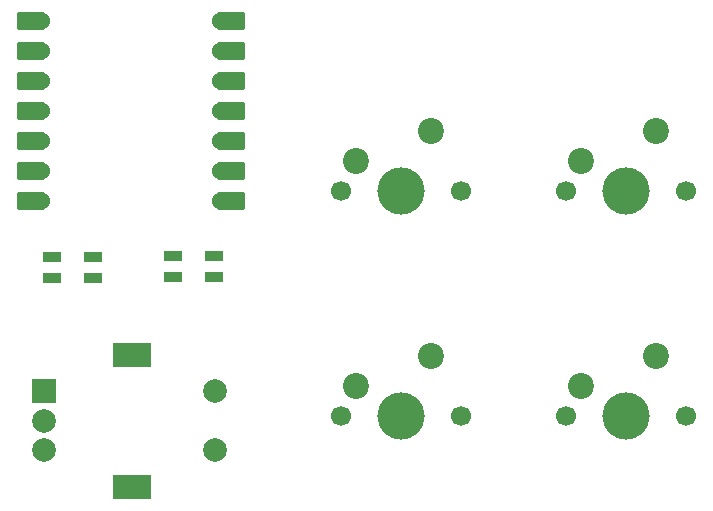
<source format=gbr>
%TF.GenerationSoftware,KiCad,Pcbnew,9.0.2*%
%TF.CreationDate,2025-07-11T16:03:10-07:00*%
%TF.ProjectId,undercity,756e6465-7263-4697-9479-2e6b69636164,rev?*%
%TF.SameCoordinates,Original*%
%TF.FileFunction,Soldermask,Top*%
%TF.FilePolarity,Negative*%
%FSLAX46Y46*%
G04 Gerber Fmt 4.6, Leading zero omitted, Abs format (unit mm)*
G04 Created by KiCad (PCBNEW 9.0.2) date 2025-07-11 16:03:10*
%MOMM*%
%LPD*%
G01*
G04 APERTURE LIST*
G04 Aperture macros list*
%AMRoundRect*
0 Rectangle with rounded corners*
0 $1 Rounding radius*
0 $2 $3 $4 $5 $6 $7 $8 $9 X,Y pos of 4 corners*
0 Add a 4 corners polygon primitive as box body*
4,1,4,$2,$3,$4,$5,$6,$7,$8,$9,$2,$3,0*
0 Add four circle primitives for the rounded corners*
1,1,$1+$1,$2,$3*
1,1,$1+$1,$4,$5*
1,1,$1+$1,$6,$7*
1,1,$1+$1,$8,$9*
0 Add four rect primitives between the rounded corners*
20,1,$1+$1,$2,$3,$4,$5,0*
20,1,$1+$1,$4,$5,$6,$7,0*
20,1,$1+$1,$6,$7,$8,$9,0*
20,1,$1+$1,$8,$9,$2,$3,0*%
G04 Aperture macros list end*
%ADD10R,2.000000X2.000000*%
%ADD11C,2.000000*%
%ADD12R,3.200000X2.000000*%
%ADD13C,1.700000*%
%ADD14C,4.000000*%
%ADD15C,2.200000*%
%ADD16RoundRect,0.152400X1.063600X0.609600X-1.063600X0.609600X-1.063600X-0.609600X1.063600X-0.609600X0*%
%ADD17C,1.524000*%
%ADD18RoundRect,0.152400X-1.063600X-0.609600X1.063600X-0.609600X1.063600X0.609600X-1.063600X0.609600X0*%
%ADD19R,1.600000X0.850000*%
G04 APERTURE END LIST*
D10*
%TO.C,SW5*%
X131000000Y-76700000D03*
D11*
X131000000Y-81700000D03*
X131000000Y-79200000D03*
D12*
X138500000Y-73600000D03*
X138500000Y-84800000D03*
D11*
X145500000Y-81700000D03*
X145500000Y-76700000D03*
%TD*%
D13*
%TO.C,SW4*%
X156140000Y-59700000D03*
D14*
X161220000Y-59700000D03*
D13*
X166300000Y-59700000D03*
D15*
X163760000Y-54620000D03*
X157410000Y-57160000D03*
%TD*%
D16*
%TO.C,U1*%
X129945000Y-45348500D03*
D17*
X130780000Y-45348500D03*
D16*
X129945000Y-47888500D03*
D17*
X130780000Y-47888500D03*
D16*
X129945000Y-50428500D03*
D17*
X130780000Y-50428500D03*
D16*
X129945000Y-52968500D03*
D17*
X130780000Y-52968500D03*
D16*
X129945000Y-55508500D03*
D17*
X130780000Y-55508500D03*
D16*
X129945000Y-58048500D03*
D17*
X130780000Y-58048500D03*
D16*
X129945000Y-60588500D03*
D17*
X130780000Y-60588500D03*
X146020000Y-60588500D03*
D18*
X146855000Y-60588500D03*
D17*
X146020000Y-58048500D03*
D18*
X146855000Y-58048500D03*
D17*
X146020000Y-55508500D03*
D18*
X146855000Y-55508500D03*
D17*
X146020000Y-52968500D03*
D18*
X146855000Y-52968500D03*
D17*
X146020000Y-50428500D03*
D18*
X146855000Y-50428500D03*
D17*
X146020000Y-47888500D03*
D18*
X146855000Y-47888500D03*
D17*
X146020000Y-45348500D03*
D18*
X146855000Y-45348500D03*
%TD*%
D15*
%TO.C,SW1*%
X176490000Y-76260000D03*
X182840000Y-73720000D03*
D13*
X185380000Y-78800000D03*
D14*
X180300000Y-78800000D03*
D13*
X175220000Y-78800000D03*
%TD*%
D15*
%TO.C,SW2*%
X157410000Y-76260000D03*
X163760000Y-73720000D03*
D13*
X166300000Y-78800000D03*
D14*
X161220000Y-78800000D03*
D13*
X156140000Y-78800000D03*
%TD*%
D15*
%TO.C,SW3*%
X176470000Y-57160000D03*
X182820000Y-54620000D03*
D13*
X185360000Y-59700000D03*
D14*
X180280000Y-59700000D03*
D13*
X175200000Y-59700000D03*
%TD*%
D19*
%TO.C,D2*%
X131700000Y-67100000D03*
X131700000Y-65350000D03*
X135200000Y-65350000D03*
X135200000Y-67100000D03*
%TD*%
%TO.C,D1*%
X141900000Y-67000000D03*
X141900000Y-65250000D03*
X145400000Y-65250000D03*
X145400000Y-67000000D03*
%TD*%
M02*

</source>
